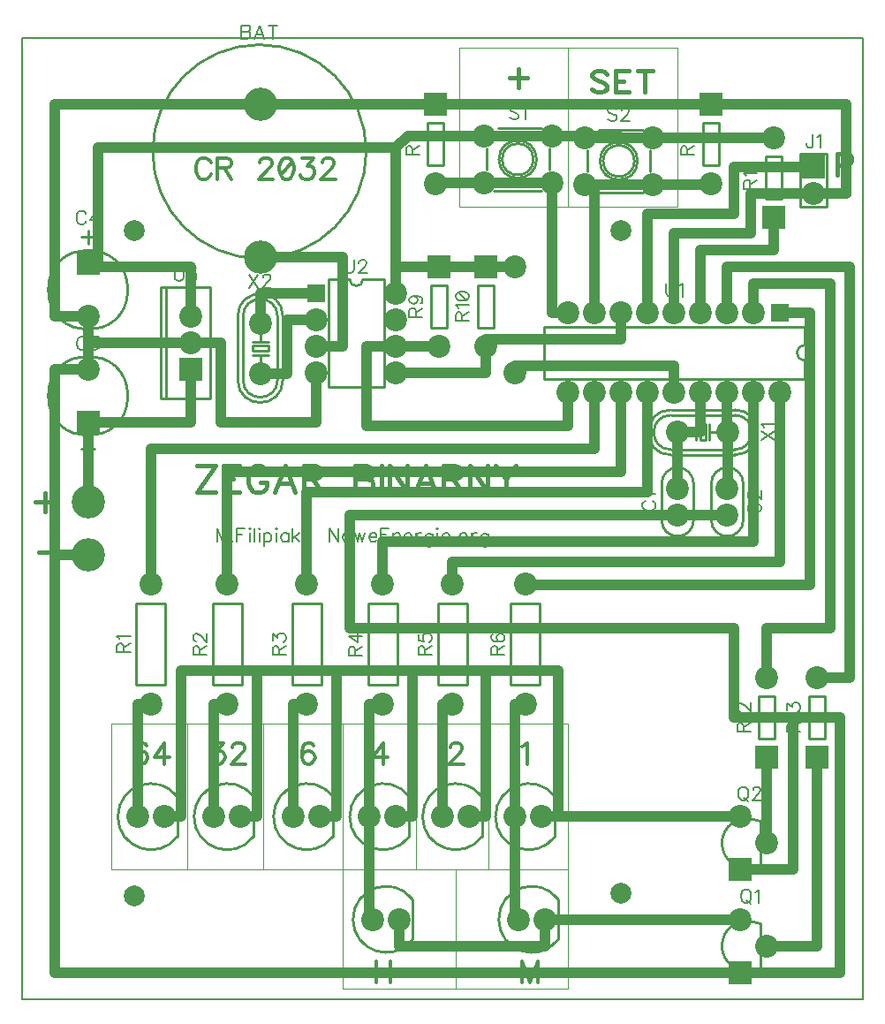
<source format=gbr>
G04 DipTrace 3.2.0.1*
G04 TopAssy.gbr*
%MOIN*%
G04 #@! TF.FileFunction,Drawing,Top*
G04 #@! TF.Part,Single*
%ADD10C,0.009843*%
%ADD11C,0.005512*%
%ADD15C,0.001312*%
%ADD17C,0.07874*%
%ADD26R,0.066929X0.066929*%
%ADD28C,0.086614*%
%ADD30R,0.070866X0.070866*%
%ADD32R,0.086614X0.086614*%
%ADD33C,0.086614*%
%ADD35C,0.125984*%
G04 #@! TA.AperFunction,Conductor*
%ADD14C,0.03937*%
G04 #@! TA.AperFunction,ComponentPad*
%ADD16C,0.11811*%
%ADD18R,0.07874X0.07874*%
%ADD19R,0.062992X0.062992*%
%ADD20C,0.07874*%
%ADD21R,0.059055X0.059055*%
%ADD37C,0.00772*%
%ADD38C,0.012351*%
%ADD39C,0.017498*%
%ADD40C,0.015439*%
%FSLAX26Y26*%
G04*
G70*
G90*
G75*
G01*
G04 TopAssy*
%LPD*%
X350000Y3012500D2*
D15*
Y2412500D1*
X1175000D1*
Y3012500D1*
X350000D1*
X762500Y2412500D2*
Y3012500D1*
Y-87500D2*
X-962500D1*
X762500Y462500D2*
Y-537500D1*
X-962500Y462500D2*
Y-87500D1*
X762500Y462500D2*
X-962500D1*
X762500Y-537500D2*
X-87500D1*
X337500Y-87500D2*
Y-537500D1*
X-87500Y-87500D2*
Y-537500D1*
X462500Y462500D2*
Y-87500D1*
X187500Y462500D2*
Y-87500D1*
X-87500Y462500D2*
Y-87500D1*
X-387500Y462500D2*
Y-87500D1*
X-675000Y462500D2*
Y-87500D1*
X37500Y-433458D2*
D38*
Y-513842D1*
X91089Y-433458D2*
Y-513842D1*
X37500Y-471749D2*
X91089D1*
X648694Y-513842D2*
Y-433458D1*
X618097Y-513842D1*
X587500Y-433458D1*
Y-513842D1*
X574473Y2933176D2*
D39*
Y2864289D1*
X540073Y2898688D2*
X608961D1*
X906162Y2914973D2*
X898557Y2922666D1*
X887061Y2926469D1*
X871763D1*
X860267Y2922666D1*
X852573Y2914973D1*
Y2907368D1*
X856464Y2899674D1*
X860267Y2895872D1*
X867872Y2892069D1*
X890864Y2884375D1*
X898557Y2880573D1*
X902360Y2876682D1*
X906162Y2869077D1*
Y2857581D1*
X898557Y2849976D1*
X887061Y2846085D1*
X871763D1*
X860267Y2849976D1*
X852573Y2857581D1*
X990856Y2926469D2*
X941158D1*
Y2846085D1*
X990856D1*
X941158Y2888178D2*
X971755D1*
X1052647Y2926469D2*
Y2846085D1*
X1025852Y2926469D2*
X1079441D1*
X-1213027Y1333176D2*
Y1264289D1*
X-1247427Y1298688D2*
X-1178539D1*
X587500Y376155D2*
D38*
X595193Y380046D1*
X606689Y391454D1*
Y311158D1*
X316391Y372352D2*
Y376155D1*
X320193Y383848D1*
X323996Y387651D1*
X331689Y391454D1*
X346988D1*
X354593Y387651D1*
X358396Y383848D1*
X362287Y376155D1*
Y368550D1*
X358396Y360856D1*
X350791Y349449D1*
X312500Y311158D1*
X366089D1*
X63291D2*
Y391454D1*
X25000Y337953D1*
X82392D1*
X-1234927Y1111233D2*
D39*
X-1190711D1*
X-287500Y376155D2*
D38*
X-279807Y380046D1*
X-268311Y391454D1*
Y311158D1*
X-197712Y380046D2*
X-201515Y387651D1*
X-213011Y391454D1*
X-220616D1*
X-232112Y387651D1*
X-239805Y376155D1*
X-243608Y357054D1*
Y337953D1*
X-239805Y322654D1*
X-232112Y314960D1*
X-220616Y311158D1*
X-216813D1*
X-205405Y314960D1*
X-197712Y322654D1*
X-193909Y334150D1*
Y337953D1*
X-197712Y349449D1*
X-205405Y357054D1*
X-216813Y360856D1*
X-220616D1*
X-232112Y357054D1*
X-239805Y349449D1*
X-243608Y337953D1*
X-579807Y391454D2*
X-537802D1*
X-560705Y360856D1*
X-549209D1*
X-541604Y357054D1*
X-537802Y353251D1*
X-533911Y341755D1*
Y334150D1*
X-537802Y322654D1*
X-545407Y314960D1*
X-556903Y311158D1*
X-568399D1*
X-579807Y314960D1*
X-583609Y318851D1*
X-587500Y326457D1*
X-505317Y372352D2*
Y376155D1*
X-501515Y383848D1*
X-497712Y387651D1*
X-490018Y391454D1*
X-474720D1*
X-467115Y387651D1*
X-463312Y383848D1*
X-459421Y376155D1*
Y368550D1*
X-463312Y360856D1*
X-470917Y349449D1*
X-509208Y311158D1*
X-455619D1*
X-829104Y380046D2*
X-832907Y387651D1*
X-844403Y391454D1*
X-852008D1*
X-863504Y387651D1*
X-871198Y376155D1*
X-875000Y357054D1*
Y337953D1*
X-871198Y322654D1*
X-863504Y314960D1*
X-852008Y311158D1*
X-848205D1*
X-836798Y314960D1*
X-829104Y322654D1*
X-825302Y334150D1*
Y337953D1*
X-829104Y349449D1*
X-836798Y357054D1*
X-848205Y360856D1*
X-852008D1*
X-863504Y357054D1*
X-871198Y349449D1*
X-875000Y337953D1*
X-762308Y311158D2*
Y391454D1*
X-800599Y337953D1*
X-743207D1*
X-637500Y1436302D2*
D40*
X-570513D1*
X-637500Y1335822D1*
X-570513D1*
X-477511Y1436302D2*
X-539634D1*
Y1335822D1*
X-477511D1*
X-539634Y1388438D2*
X-501388D1*
X-374893Y1412425D2*
X-379646Y1421932D1*
X-389263Y1431549D1*
X-398770Y1436302D1*
X-417893D1*
X-427510Y1431549D1*
X-437016Y1421932D1*
X-441880Y1412425D1*
X-446633Y1398055D1*
Y1374068D1*
X-441880Y1359809D1*
X-437016Y1350192D1*
X-427510Y1340685D1*
X-417893Y1335822D1*
X-398770D1*
X-389263Y1340685D1*
X-379646Y1350192D1*
X-374893Y1359809D1*
Y1374068D1*
X-398770D1*
X-267411Y1335822D2*
X-305768Y1436302D1*
X-344015Y1335822D1*
X-329644Y1369315D2*
X-281781D1*
X-236533Y1388438D2*
X-193533D1*
X-179163Y1393302D1*
X-174299Y1398055D1*
X-169546Y1407562D1*
Y1417179D1*
X-174299Y1426685D1*
X-179163Y1431549D1*
X-193533Y1436302D1*
X-236533D1*
Y1335822D1*
X-203039Y1388438D2*
X-169546Y1335822D1*
X-41465Y1436302D2*
Y1335822D1*
X1645D1*
X16015Y1340685D1*
X20768Y1345439D1*
X25521Y1354945D1*
Y1369315D1*
X20768Y1378932D1*
X16015Y1383685D1*
X1645Y1388438D1*
X16015Y1393302D1*
X20768Y1398055D1*
X25521Y1407562D1*
Y1417179D1*
X20768Y1426685D1*
X16015Y1431549D1*
X1645Y1436302D1*
X-41465D1*
Y1388438D2*
X1645D1*
X56400Y1436302D2*
Y1335822D1*
X154265Y1436302D2*
Y1335822D1*
X87278Y1436302D1*
Y1335822D1*
X261747D2*
X223390Y1436302D1*
X185143Y1335822D1*
X199514Y1369315D2*
X247377D1*
X292625Y1388438D2*
X335625D1*
X349995Y1393302D1*
X354859Y1398055D1*
X359612Y1407562D1*
Y1417179D1*
X354859Y1426685D1*
X349995Y1431549D1*
X335625Y1436302D1*
X292625D1*
Y1335822D1*
X326119Y1388438D2*
X359612Y1335822D1*
X457477Y1436302D2*
Y1335822D1*
X390491Y1436302D1*
Y1335822D1*
X488356Y1436302D2*
X526602Y1388438D1*
Y1335822D1*
X564849Y1436302D2*
X526602Y1388438D1*
X-524253Y1149161D2*
D37*
Y1199401D1*
X-543377Y1149161D1*
X-562500Y1199401D1*
Y1149161D1*
X-506437Y1153969D2*
X-508814Y1151537D1*
X-506437Y1149161D1*
X-504006Y1151537D1*
X-506437Y1153969D1*
X-457450Y1199401D2*
X-488566D1*
Y1149161D1*
Y1175469D2*
X-469443D1*
X-442010Y1199401D2*
X-439634Y1197024D1*
X-437202Y1199401D1*
X-439634Y1201833D1*
X-442010Y1199401D1*
X-439634Y1182654D2*
Y1149161D1*
X-421763Y1199401D2*
Y1149161D1*
X-406323Y1199401D2*
X-403947Y1197024D1*
X-401515Y1199401D1*
X-403947Y1201833D1*
X-406323Y1199401D1*
X-403947Y1182654D2*
Y1149161D1*
X-386076Y1182654D2*
Y1132414D1*
Y1175469D2*
X-381267Y1180222D1*
X-376514Y1182654D1*
X-369329D1*
X-364521Y1180222D1*
X-359767Y1175469D1*
X-357336Y1168284D1*
Y1163476D1*
X-359767Y1156346D1*
X-364521Y1151537D1*
X-369329Y1149161D1*
X-376514D1*
X-381267Y1151537D1*
X-386076Y1156346D1*
X-341896Y1199401D2*
X-339520Y1197024D1*
X-337088Y1199401D1*
X-339520Y1201833D1*
X-341896Y1199401D1*
X-339520Y1182654D2*
Y1149161D1*
X-292964Y1182654D2*
Y1149161D1*
Y1175469D2*
X-297717Y1180278D1*
X-302525Y1182654D1*
X-309655D1*
X-314464Y1180278D1*
X-319217Y1175469D1*
X-321649Y1168284D1*
Y1163531D1*
X-319217Y1156346D1*
X-314464Y1151593D1*
X-309655Y1149161D1*
X-302525D1*
X-297717Y1151593D1*
X-292964Y1156346D1*
X-277524Y1199401D2*
Y1149161D1*
X-253593Y1182654D2*
X-277524Y1158723D1*
X-267963Y1168284D2*
X-251216Y1149161D1*
X-105082Y1199401D2*
Y1149161D1*
X-138575Y1199401D1*
Y1149161D1*
X-77704Y1182654D2*
X-82457Y1180278D1*
X-87266Y1175469D1*
X-89642Y1168284D1*
Y1163531D1*
X-87266Y1156346D1*
X-82457Y1151593D1*
X-77704Y1149161D1*
X-70519D1*
X-65711Y1151593D1*
X-60957Y1156346D1*
X-58526Y1163531D1*
Y1168284D1*
X-60957Y1175469D1*
X-65711Y1180278D1*
X-70519Y1182654D1*
X-77704D1*
X-43086D2*
X-33525Y1149161D1*
X-23963Y1182654D1*
X-14401Y1149161D1*
X-4840Y1182654D1*
X10599Y1168284D2*
X39284D1*
Y1173093D1*
X36908Y1177901D1*
X34531Y1180278D1*
X29723Y1182654D1*
X22538D1*
X17784Y1180278D1*
X12976Y1175469D1*
X10599Y1168284D1*
Y1163531D1*
X12976Y1156346D1*
X17784Y1151593D1*
X22538Y1149161D1*
X29723D1*
X34531Y1151593D1*
X39284Y1156346D1*
X85785Y1199401D2*
X54724D1*
Y1149161D1*
X85785D1*
X54724Y1175469D2*
X73847D1*
X101224Y1182654D2*
Y1149161D1*
Y1173093D2*
X108409Y1180278D1*
X113218Y1182654D1*
X120347D1*
X125156Y1180278D1*
X127533Y1173093D1*
Y1149161D1*
X142972Y1168284D2*
X171657D1*
Y1173093D1*
X169280Y1177901D1*
X166903Y1180278D1*
X162095Y1182654D1*
X154910D1*
X150157Y1180278D1*
X145348Y1175469D1*
X142972Y1168284D1*
Y1163531D1*
X145348Y1156346D1*
X150157Y1151593D1*
X154910Y1149161D1*
X162095D1*
X166903Y1151593D1*
X171657Y1156346D1*
X187096Y1182654D2*
Y1149161D1*
Y1168284D2*
X189528Y1175469D1*
X194281Y1180278D1*
X199089Y1182654D1*
X206274D1*
X250399Y1180278D2*
Y1141976D1*
X248022Y1134846D1*
X245645Y1132414D1*
X240837Y1130038D1*
X233652D1*
X228899Y1132414D1*
X250399Y1173093D2*
X245645Y1177846D1*
X240837Y1180278D1*
X233652D1*
X228899Y1177846D1*
X224090Y1173093D1*
X221714Y1165908D1*
Y1161099D1*
X224090Y1153969D1*
X228899Y1149161D1*
X233652Y1146784D1*
X240837D1*
X245645Y1149161D1*
X250399Y1153969D1*
X265838Y1199401D2*
X268214Y1197024D1*
X270646Y1199401D1*
X268214Y1201833D1*
X265838Y1199401D1*
X268214Y1182654D2*
Y1149161D1*
X286086Y1168284D2*
X314770D1*
Y1173093D1*
X312394Y1177901D1*
X310017Y1180278D1*
X305209Y1182654D1*
X298024D1*
X293271Y1180278D1*
X288462Y1175469D1*
X286086Y1168284D1*
Y1163531D1*
X288462Y1156346D1*
X293271Y1151593D1*
X298024Y1149161D1*
X305209D1*
X310017Y1151593D1*
X314770Y1156346D1*
X332586Y1153969D2*
X330210Y1151537D1*
X332586Y1149161D1*
X335018Y1151537D1*
X332586Y1153969D1*
X362396Y1182654D2*
X357642Y1180278D1*
X352834Y1175469D1*
X350457Y1168284D1*
Y1163531D1*
X352834Y1156346D1*
X357642Y1151593D1*
X362396Y1149161D1*
X369581D1*
X374389Y1151593D1*
X379142Y1156346D1*
X381574Y1163531D1*
Y1168284D1*
X379142Y1175469D1*
X374389Y1180278D1*
X369581Y1182654D1*
X362396D1*
X397013D2*
Y1149161D1*
Y1168284D2*
X399445Y1175469D1*
X404198Y1180278D1*
X409007Y1182654D1*
X416192D1*
X460316Y1180278D2*
Y1141976D1*
X457939Y1134846D1*
X455563Y1132414D1*
X450754Y1130038D1*
X443569D1*
X438816Y1132414D1*
X460316Y1173093D2*
X455563Y1177846D1*
X450754Y1180278D1*
X443569D1*
X438816Y1177846D1*
X434008Y1173093D1*
X431631Y1165908D1*
Y1161099D1*
X434008Y1153969D1*
X438816Y1149161D1*
X443569Y1146784D1*
X450754D1*
X455563Y1149161D1*
X460316Y1153969D1*
X1777573Y2461233D2*
D39*
X1821789D1*
X1777573Y2571875D2*
X1812061D1*
X1823469Y2575678D1*
X1827360Y2579569D1*
X1831162Y2587174D1*
Y2598670D1*
X1827360Y2606275D1*
X1823469Y2610166D1*
X1812061Y2613969D1*
X1777573D1*
Y2533585D1*
G04 TopSilk*
X-806250Y2621888D2*
D10*
G02X-806250Y2621888I403125J0D01*
G01*
X-1025100Y1500132D2*
X-1074900D1*
X-1050000Y1475007D2*
Y1524882D1*
X-1200000Y1700007D2*
G02X-1200000Y1700007I150000J0D01*
G01*
X1115000Y1369940D2*
Y1230060D1*
X1235000Y1369940D2*
Y1230060D1*
X1115000D2*
G03X1235000Y1230060I60000J-60D01*
G01*
Y1369940D2*
G03X1115000Y1369940I-60000J60D01*
G01*
X1163192Y1406288D2*
X1186808D1*
X1175000Y1418118D2*
Y1394484D1*
X1302500Y1369940D2*
Y1230060D1*
X1422500Y1369940D2*
Y1230060D1*
X1302500D2*
G03X1422500Y1230060I60000J-60D01*
G01*
Y1369940D2*
G03X1302500Y1369940I-60000J60D01*
G01*
X1350692Y1406288D2*
X1374308D1*
X1362500Y1418118D2*
Y1394484D1*
X-1074900Y2299868D2*
X-1025100D1*
X-1050000Y2324993D2*
Y2275118D1*
X-1200000Y2099993D2*
G02X-1200000Y2099993I150000J0D01*
G01*
X-712507Y187438D2*
Y37562D1*
X-712732Y187738D2*
G03X-712732Y37262I-99796J-75238D01*
G01*
X-425007Y187438D2*
Y37562D1*
X-425232Y187738D2*
G03X-425232Y37262I-99796J-75238D01*
G01*
X-125007Y187438D2*
Y37562D1*
X-125232Y187738D2*
G03X-125232Y37262I-99796J-75238D01*
G01*
X162493Y187438D2*
Y37562D1*
X162268Y187738D2*
G03X162268Y37262I-99796J-75238D01*
G01*
X437493Y187438D2*
Y37562D1*
X437268Y187738D2*
G03X437268Y37262I-99796J-75238D01*
G01*
X712493Y187438D2*
Y37562D1*
X712268Y187738D2*
G03X712268Y37262I-99796J-75238D01*
G01*
X174993Y-200062D2*
Y-349938D1*
X174768Y-199762D2*
G03X174768Y-350238I-99796J-75238D01*
G01*
X724993Y-200062D2*
Y-349938D1*
X724768Y-199762D2*
G03X724768Y-350238I-99796J-75238D01*
G01*
X1654626Y1960897D2*
X670374D1*
X1654626Y1764103D2*
X670374D1*
Y1960897D2*
Y1764103D1*
X1654626Y1892004D2*
Y1960897D1*
Y1832996D2*
Y1764103D1*
Y1892004D2*
G03X1654626Y1832996I-24J-29504D01*
G01*
X1637500Y2412500D2*
X1737500D1*
X1637500Y2612500D2*
Y2412500D1*
Y2612500D2*
X1737500D1*
Y2412500D1*
X1487468Y-350053D2*
Y-290040D1*
Y-459960D2*
Y-399947D1*
Y-290040D2*
X1443584Y-280925D1*
Y-469075D2*
X1487468Y-459960D1*
X1382971Y-297231D2*
G03X1382971Y-452769I54483J-77769D01*
G01*
X1487468Y37447D2*
Y97460D1*
Y-72460D2*
Y-12447D1*
Y97460D2*
X1443584Y106575D1*
Y-81575D2*
X1487468Y-72460D1*
X1382971Y90269D2*
G03X1382971Y-65269I54483J-77769D01*
G01*
X-867618Y610116D2*
Y917640D1*
X-757382Y610116D2*
Y917640D1*
Y610116D2*
X-867618D1*
X-757382Y917640D2*
X-867618D1*
X-580118Y610116D2*
Y917640D1*
X-469882Y610116D2*
Y917640D1*
Y610116D2*
X-580118D1*
X-469882Y917640D2*
X-580118D1*
X-280118Y610116D2*
Y917640D1*
X-169882Y610116D2*
Y917640D1*
Y610116D2*
X-280118D1*
X-169882Y917640D2*
X-280118D1*
X232500Y2569859D2*
X292500D1*
X232500Y2730141D2*
Y2569859D1*
Y2730141D2*
X292500D1*
Y2569859D1*
X1270000D2*
X1330000D1*
X1270000Y2730141D2*
Y2569859D1*
Y2730141D2*
X1330000D1*
Y2569859D1*
X7382Y610116D2*
Y917640D1*
X117618Y610116D2*
Y917640D1*
Y610116D2*
X7382D1*
X117618Y917640D2*
X7382D1*
X269882Y610116D2*
Y917640D1*
X380118Y610116D2*
Y917640D1*
Y610116D2*
X269882D1*
X380118Y917640D2*
X269882D1*
X544882Y610116D2*
Y917640D1*
X655118Y610116D2*
Y917640D1*
Y610116D2*
X544882D1*
X655118Y917640D2*
X544882D1*
X1567500Y2605141D2*
X1507500D1*
X1567500Y2444859D2*
Y2605141D1*
Y2444859D2*
X1507500D1*
Y2605141D1*
X1542500Y567641D2*
X1482500D1*
X1542500Y407359D2*
Y567641D1*
Y407359D2*
X1482500D1*
Y567641D1*
X1730000D2*
X1670000D1*
X1730000Y407359D2*
Y567641D1*
Y407359D2*
X1670000D1*
Y567641D1*
X245000Y1957359D2*
X305000D1*
X245000Y2117641D2*
Y1957359D1*
Y2117641D2*
X305000D1*
Y1957359D1*
X420000D2*
X480000D1*
X420000Y2117641D2*
Y1957359D1*
Y2117641D2*
X480000D1*
Y1957359D1*
X500824Y2592668D2*
G02X500824Y2592668I70878J0D01*
G01*
X481147Y2474542D2*
X662257D1*
X689832Y2553259D2*
Y2632052D1*
X662257Y2710794D2*
X496909D1*
X453572Y2632052D2*
Y2553259D1*
X512671Y2592655D2*
G02X512671Y2592655I59031J0D01*
G01*
X882075Y2586417D2*
G02X882075Y2586417I70878J0D01*
G01*
X862398Y2468291D2*
X1043508D1*
X1071083Y2547008D2*
Y2625801D1*
X1043508Y2704543D2*
X878159D1*
X834823Y2625801D2*
Y2547008D1*
X893921Y2586405D2*
G02X893921Y2586405I59031J0D01*
G01*
X-62648Y2140256D2*
G03X-12352Y2140256I25148J7D01*
G01*
X-141994D2*
X-62648D1*
X-12352D2*
X66994D1*
X-141994Y1734744D2*
X66994D1*
X-141994Y2140256D2*
Y1734744D1*
X66994Y2140256D2*
Y1734744D1*
X-755091Y1689370D2*
Y2110630D1*
X-774705Y1689370D2*
Y2110630D1*
X-589665Y1689370D2*
Y2110630D1*
Y1689370D2*
X-774705D1*
X-589665Y2110630D2*
X-774705D1*
X1149993Y1477500D2*
X1390007D1*
X1149993Y1647500D2*
X1390007D1*
X1149993Y1497492D2*
X1390007D1*
Y1627508D2*
X1149993D1*
X1259996Y1592505D2*
X1280004D1*
Y1532495D1*
X1259996D1*
Y1592505D1*
X1295010D2*
Y1562500D1*
Y1532495D1*
X1244990Y1592505D2*
Y1562500D1*
Y1532495D1*
X1295010Y1562500D2*
X1320020D1*
X1244990D2*
X1219980D1*
X1149993Y1647500D2*
G03X1149993Y1477500I7J-85000D01*
G01*
X1390007D2*
G03X1390007Y1647500I-7J85000D01*
G01*
X1149993Y1627508D2*
G03X1149993Y1497492I23J-65008D01*
G01*
X1390007D2*
G03X1390007Y1627508I-23J65008D01*
G01*
X-485000Y2000007D2*
Y1759993D1*
X-315000Y2000007D2*
Y1759993D1*
X-465008Y2000007D2*
Y1759993D1*
X-334992D2*
Y2000007D1*
X-369995Y1890004D2*
Y1869996D1*
X-430005D1*
Y1890004D1*
X-369995D1*
Y1854990D2*
X-400000D1*
X-430005D1*
X-369995Y1905010D2*
X-400000D1*
X-430005D1*
X-400000Y1854990D2*
Y1829980D1*
Y1905010D2*
Y1930020D1*
X-315000Y2000007D2*
G03X-485000Y2000007I-85000J-7D01*
G01*
Y1759993D2*
G03X-315000Y1759993I85000J7D01*
G01*
X-334992Y2000007D2*
G03X-465008Y2000007I-65008J-23D01*
G01*
Y1759993D2*
G03X-334992Y1759993I65008J23D01*
G01*
X-471208Y3098223D2*
D37*
Y3047983D1*
X-449653D1*
X-442468Y3050415D1*
X-440091Y3052792D1*
X-437715Y3057545D1*
Y3064730D1*
X-440091Y3069538D1*
X-442468Y3071915D1*
X-449653Y3074291D1*
X-442468Y3076723D1*
X-440091Y3079100D1*
X-437715Y3083853D1*
Y3088661D1*
X-440091Y3093415D1*
X-442468Y3095846D1*
X-449653Y3098223D1*
X-471208D1*
Y3074291D2*
X-449653D1*
X-383974Y3047983D2*
X-403152Y3098223D1*
X-422276Y3047983D1*
X-415091Y3064730D2*
X-391159D1*
X-351788Y3098223D2*
Y3047983D1*
X-368535Y3098223D2*
X-335041D1*
X-1056531Y1911291D2*
X-1058908Y1916045D1*
X-1063716Y1920853D1*
X-1068470Y1923230D1*
X-1078031D1*
X-1082840Y1920853D1*
X-1087593Y1916045D1*
X-1090025Y1911291D1*
X-1092401Y1904106D1*
Y1892113D1*
X-1090025Y1884983D1*
X-1087593Y1880175D1*
X-1082840Y1875421D1*
X-1078031Y1872990D1*
X-1068470D1*
X-1063716Y1875421D1*
X-1058908Y1880175D1*
X-1056531Y1884983D1*
X-1036284Y1923174D2*
X-1010031D1*
X-1024345Y1904051D1*
X-1017160D1*
X-1012407Y1901675D1*
X-1010031Y1899298D1*
X-1007599Y1892113D1*
Y1887360D1*
X-1010031Y1880175D1*
X-1014784Y1875366D1*
X-1021969Y1872990D1*
X-1029154D1*
X-1036284Y1875366D1*
X-1038660Y1877798D1*
X-1041092Y1882551D1*
X1053715Y1304219D2*
X1048962Y1301842D1*
X1044154Y1297034D1*
X1041777Y1292280D1*
Y1282719D1*
X1044154Y1277910D1*
X1048962Y1273157D1*
X1053715Y1270725D1*
X1060900Y1268349D1*
X1072894D1*
X1080023Y1270725D1*
X1084832Y1273157D1*
X1089585Y1277910D1*
X1092017Y1282719D1*
Y1292280D1*
X1089585Y1297034D1*
X1084832Y1301842D1*
X1080023Y1304219D1*
X1051394Y1319658D2*
X1048962Y1324466D1*
X1041832Y1331651D1*
X1092017D1*
X1451397Y1293469D2*
X1446644Y1291092D1*
X1441835Y1286284D1*
X1439459Y1281531D1*
Y1271969D1*
X1441835Y1267161D1*
X1446644Y1262407D1*
X1451397Y1259975D1*
X1458582Y1257599D1*
X1470575D1*
X1477705Y1259975D1*
X1482514Y1262407D1*
X1487267Y1267160D1*
X1489699Y1271969D1*
Y1281531D1*
X1487267Y1286284D1*
X1482514Y1291092D1*
X1477705Y1293469D1*
X1451452Y1311340D2*
X1449076D1*
X1444267Y1313716D1*
X1441891Y1316093D1*
X1439514Y1320901D1*
Y1330463D1*
X1441891Y1335216D1*
X1444267Y1337593D1*
X1449076Y1340025D1*
X1453829D1*
X1458637Y1337593D1*
X1465767Y1332840D1*
X1489699Y1308908D1*
Y1342401D1*
X-1057720Y2386278D2*
X-1060096Y2391031D1*
X-1064905Y2395840D1*
X-1069658Y2398217D1*
X-1079219D1*
X-1084028Y2395840D1*
X-1088781Y2391031D1*
X-1091213Y2386278D1*
X-1093590Y2379093D1*
Y2367100D1*
X-1091213Y2359970D1*
X-1088781Y2355162D1*
X-1084028Y2350408D1*
X-1079219Y2347977D1*
X-1069658D1*
X-1064905Y2350408D1*
X-1060096Y2355162D1*
X-1057720Y2359970D1*
X-1018349Y2347977D2*
Y2398161D1*
X-1042280Y2364723D1*
X-1006410D1*
X1132037Y2125093D2*
Y2089223D1*
X1134414Y2082038D1*
X1139222Y2077285D1*
X1146407Y2074853D1*
X1151160D1*
X1158345Y2077285D1*
X1163154Y2082038D1*
X1165530Y2089223D1*
Y2125093D1*
X1180970Y2115476D2*
X1185778Y2117908D1*
X1192963Y2125038D1*
Y2074853D1*
X1685749Y2685723D2*
Y2647477D1*
X1683373Y2640292D1*
X1680941Y2637915D1*
X1676188Y2635483D1*
X1671379D1*
X1666626Y2637915D1*
X1664250Y2640292D1*
X1661818Y2647477D1*
Y2652230D1*
X1701189Y2676106D2*
X1705997Y2678538D1*
X1713182Y2685668D1*
Y2635483D1*
X1428688Y-162407D2*
X1423935Y-164728D1*
X1419126Y-169537D1*
X1416750Y-174345D1*
X1414318Y-181530D1*
Y-193468D1*
X1416750Y-200653D1*
X1419126Y-205407D1*
X1423935Y-210215D1*
X1428688Y-212592D1*
X1438249D1*
X1443058Y-210215D1*
X1447811Y-205407D1*
X1450188Y-200653D1*
X1452620Y-193468D1*
Y-181530D1*
X1450188Y-174345D1*
X1447811Y-169537D1*
X1443058Y-164728D1*
X1438249Y-162407D1*
X1428688D1*
X1435873Y-203030D2*
X1450188Y-217400D1*
X1468059Y-172024D2*
X1472867Y-169592D1*
X1480052Y-162462D1*
Y-212647D1*
X1417938Y225093D2*
X1413185Y222772D1*
X1408376Y217963D1*
X1406000Y213155D1*
X1403568Y205970D1*
Y194032D1*
X1406000Y186847D1*
X1408376Y182093D1*
X1413185Y177285D1*
X1417938Y174908D1*
X1427500D1*
X1432308Y177285D1*
X1437061Y182093D1*
X1439438Y186847D1*
X1441870Y194032D1*
Y205970D1*
X1439438Y213155D1*
X1437061Y217963D1*
X1432308Y222772D1*
X1427500Y225093D1*
X1417938D1*
X1425123Y184470D2*
X1439438Y170100D1*
X1459741Y213100D2*
Y215476D1*
X1462117Y220285D1*
X1464494Y222661D1*
X1469302Y225038D1*
X1478864D1*
X1483617Y222661D1*
X1485994Y220285D1*
X1488426Y215476D1*
Y210723D1*
X1485994Y205915D1*
X1481241Y198785D1*
X1457309Y174853D1*
X1490802D1*
X-916909Y733415D2*
Y754915D1*
X-919341Y762100D1*
X-921718Y764532D1*
X-926471Y766908D1*
X-931280D1*
X-936033Y764532D1*
X-938465Y762100D1*
X-940841Y754915D1*
Y733415D1*
X-890601D1*
X-916909Y750162D2*
X-890601Y766908D1*
X-931224Y782348D2*
X-933656Y787156D1*
X-940786Y794341D1*
X-890601D1*
X-629409Y722665D2*
Y744165D1*
X-631841Y751350D1*
X-634218Y753782D1*
X-638971Y756158D1*
X-643780D1*
X-648533Y753782D1*
X-650965Y751350D1*
X-653341Y744165D1*
Y722665D1*
X-603101D1*
X-629409Y739412D2*
X-603101Y756158D1*
X-641348Y774030D2*
X-643724D1*
X-648533Y776406D1*
X-650909Y778783D1*
X-653286Y783591D1*
Y793153D1*
X-650909Y797906D1*
X-648533Y800283D1*
X-643724Y802714D1*
X-638971D1*
X-634163Y800283D1*
X-627033Y795529D1*
X-603101Y771598D1*
Y805091D1*
X-329409Y722665D2*
Y744165D1*
X-331841Y751350D1*
X-334218Y753782D1*
X-338971Y756158D1*
X-343780D1*
X-348533Y753782D1*
X-350965Y751350D1*
X-353341Y744165D1*
Y722665D1*
X-303101D1*
X-329409Y739412D2*
X-303101Y756158D1*
X-353286Y776406D2*
Y802659D1*
X-334163Y788344D1*
Y795529D1*
X-331786Y800283D1*
X-329409Y802659D1*
X-322224Y805091D1*
X-317471D1*
X-310286Y802659D1*
X-305478Y797906D1*
X-303101Y790721D1*
Y783536D1*
X-305478Y776406D1*
X-307910Y774029D1*
X-312663Y771598D1*
X173839Y2608787D2*
Y2630287D1*
X171407Y2637472D1*
X169030Y2639904D1*
X164277Y2642280D1*
X159469D1*
X154715Y2639904D1*
X152283Y2637472D1*
X149907Y2630287D1*
Y2608787D1*
X200147D1*
X173839Y2625534D2*
X200147Y2642280D1*
Y2667281D2*
X149962Y2691213D1*
Y2657720D1*
X1211339Y2608815D2*
Y2630315D1*
X1208907Y2637500D1*
X1206530Y2639932D1*
X1201777Y2642308D1*
X1196969D1*
X1192215Y2639932D1*
X1189783Y2637500D1*
X1187407Y2630315D1*
Y2608815D1*
X1237647D1*
X1211339Y2625561D2*
X1237647Y2642308D1*
X1187462Y2669686D2*
X1189839Y2662556D1*
X1194592Y2660124D1*
X1199400D1*
X1204154Y2662556D1*
X1206585Y2667309D1*
X1208962Y2676871D1*
X1211339Y2684056D1*
X1216147Y2688809D1*
X1220900Y2691185D1*
X1228085D1*
X1232838Y2688809D1*
X1235270Y2686432D1*
X1237647Y2679247D1*
Y2669685D1*
X1235270Y2662556D1*
X1232838Y2660124D1*
X1228085Y2657747D1*
X1220900D1*
X1216147Y2660124D1*
X1211339Y2664932D1*
X1208962Y2672062D1*
X1206585Y2681624D1*
X1204154Y2686432D1*
X1199400Y2688809D1*
X1194592D1*
X1189839Y2686432D1*
X1187462Y2679247D1*
Y2669686D1*
X-41909Y721477D2*
Y742977D1*
X-44341Y750162D1*
X-46718Y752594D1*
X-51471Y754970D1*
X-56280D1*
X-61033Y752594D1*
X-63465Y750162D1*
X-65841Y742977D1*
Y721477D1*
X-15601D1*
X-41909Y738223D2*
X-15601Y754970D1*
Y794341D2*
X-65786D1*
X-32348Y770409D1*
Y806279D1*
X220591Y722665D2*
Y744165D1*
X218159Y751350D1*
X215782Y753782D1*
X211029Y756158D1*
X206220D1*
X201467Y753782D1*
X199035Y751350D1*
X196659Y744165D1*
Y722665D1*
X246899D1*
X220591Y739412D2*
X246899Y756158D1*
X196714Y800283D2*
Y776406D1*
X218214Y774029D1*
X215837Y776406D1*
X213406Y783591D1*
Y790721D1*
X215837Y797906D1*
X220591Y802714D1*
X227776Y805091D1*
X232529D1*
X239714Y802714D1*
X244522Y797906D1*
X246899Y790721D1*
Y783591D1*
X244522Y776406D1*
X242090Y774029D1*
X237337Y771598D1*
X495591Y723881D2*
Y745381D1*
X493159Y752566D1*
X490782Y754998D1*
X486029Y757374D1*
X481220D1*
X476467Y754998D1*
X474035Y752566D1*
X471659Y745381D1*
Y723881D1*
X521899D1*
X495591Y740628D2*
X521899Y757374D1*
X478844Y801498D2*
X474091Y799122D1*
X471714Y791937D1*
Y787184D1*
X474091Y779999D1*
X481276Y775190D1*
X493214Y772814D1*
X505152D1*
X514714Y775190D1*
X519522Y779999D1*
X521899Y787184D1*
Y789560D1*
X519522Y796690D1*
X514714Y801498D1*
X507529Y803875D1*
X505152D1*
X497967Y801498D1*
X493214Y796690D1*
X490837Y789560D1*
Y787184D1*
X493214Y779999D1*
X497967Y775190D1*
X505152Y772814D1*
X1448839Y2480821D2*
Y2502321D1*
X1446407Y2509506D1*
X1444030Y2511937D1*
X1439277Y2514314D1*
X1434469D1*
X1429715Y2511937D1*
X1427283Y2509506D1*
X1424907Y2502321D1*
Y2480821D1*
X1475147D1*
X1448839Y2497567D2*
X1475147Y2514314D1*
X1434524Y2529753D2*
X1432092Y2534562D1*
X1424962Y2541747D1*
X1475147D1*
X1434524Y2557186D2*
X1432092Y2561994D1*
X1424962Y2569179D1*
X1475147D1*
X1423839Y432571D2*
Y454071D1*
X1421407Y461256D1*
X1419030Y463688D1*
X1414277Y466064D1*
X1409469D1*
X1404715Y463688D1*
X1402283Y461256D1*
X1399907Y454071D1*
Y432571D1*
X1450147D1*
X1423839Y449317D2*
X1450147Y466064D1*
X1409524Y481503D2*
X1407092Y486312D1*
X1399962Y493497D1*
X1450147D1*
X1411900Y511368D2*
X1409524D1*
X1404715Y513744D1*
X1402339Y516121D1*
X1399962Y520930D1*
Y530491D1*
X1402339Y535244D1*
X1404715Y537621D1*
X1409524Y540053D1*
X1414277D1*
X1419085Y537621D1*
X1426215Y532868D1*
X1450147Y508936D1*
Y542429D1*
X1611339Y432571D2*
Y454071D1*
X1608907Y461256D1*
X1606530Y463688D1*
X1601777Y466064D1*
X1596969D1*
X1592215Y463688D1*
X1589783Y461256D1*
X1587407Y454071D1*
Y432571D1*
X1637647D1*
X1611339Y449317D2*
X1637647Y466064D1*
X1597024Y481503D2*
X1594592Y486312D1*
X1587462Y493497D1*
X1637647D1*
X1587462Y513744D2*
Y539998D1*
X1606585Y525683D1*
Y532868D1*
X1608962Y537621D1*
X1611339Y539997D1*
X1618524Y542429D1*
X1623277D1*
X1630462Y539997D1*
X1635270Y535244D1*
X1637647Y528059D1*
Y520874D1*
X1635270Y513744D1*
X1632838Y511368D1*
X1628085Y508936D1*
X186339Y1997475D2*
Y2018975D1*
X183907Y2026160D1*
X181530Y2028592D1*
X176777Y2030969D1*
X171969D1*
X167215Y2028592D1*
X164783Y2026160D1*
X162407Y2018975D1*
Y1997475D1*
X212647D1*
X186339Y2014222D2*
X212647Y2030969D1*
X179154Y2077525D2*
X186339Y2075093D1*
X191147Y2070340D1*
X193524Y2063155D1*
Y2060778D1*
X191147Y2053593D1*
X186339Y2048840D1*
X179154Y2046408D1*
X176777D1*
X169592Y2048840D1*
X164839Y2053593D1*
X162462Y2060778D1*
Y2063155D1*
X164839Y2070340D1*
X169592Y2075093D1*
X179154Y2077525D1*
X191147D1*
X203085Y2075093D1*
X210270Y2070340D1*
X212647Y2063155D1*
Y2058401D1*
X210270Y2051216D1*
X205462Y2048840D1*
X361339Y1982571D2*
Y2004071D1*
X358907Y2011256D1*
X356530Y2013688D1*
X351777Y2016064D1*
X346969D1*
X342215Y2013688D1*
X339783Y2011256D1*
X337407Y2004071D1*
Y1982571D1*
X387647D1*
X361339Y1999317D2*
X387647Y2016064D1*
X347024Y2031503D2*
X344592Y2036312D1*
X337462Y2043497D1*
X387647D1*
X337462Y2073306D2*
X339839Y2066121D1*
X347024Y2061313D1*
X358962Y2058936D1*
X366147D1*
X378085Y2061313D1*
X385270Y2066121D1*
X387647Y2073306D1*
Y2078059D1*
X385270Y2085244D1*
X378085Y2089997D1*
X366147Y2092429D1*
X358962D1*
X347024Y2089997D1*
X339839Y2085244D1*
X337462Y2078059D1*
Y2073306D1*
X347024Y2089997D2*
X378085Y2061313D1*
X574732Y2786659D2*
X569979Y2791467D1*
X562794Y2793844D1*
X553233D1*
X546048Y2791467D1*
X541239Y2786659D1*
Y2781906D1*
X543671Y2777097D1*
X546048Y2774721D1*
X550801Y2772344D1*
X565171Y2767536D1*
X569979Y2765159D1*
X572356Y2762727D1*
X574732Y2757974D1*
Y2750789D1*
X569979Y2746036D1*
X562794Y2743604D1*
X553233D1*
X546048Y2746036D1*
X541239Y2750789D1*
X590172Y2784227D2*
X594980Y2786659D1*
X602165Y2793789D1*
Y2743604D1*
X945233Y2780408D2*
X940480Y2785217D1*
X933295Y2787593D1*
X923733D1*
X916548Y2785217D1*
X911740Y2780408D1*
Y2775655D1*
X914172Y2770846D1*
X916548Y2768470D1*
X921301Y2766093D1*
X935672Y2761285D1*
X940480Y2758908D1*
X942857Y2756476D1*
X945233Y2751723D1*
Y2744538D1*
X940480Y2739785D1*
X933295Y2737353D1*
X923733D1*
X916548Y2739785D1*
X911740Y2744538D1*
X963104Y2775600D2*
Y2777976D1*
X965481Y2782785D1*
X967857Y2785161D1*
X972666Y2787538D1*
X982227D1*
X986981Y2785161D1*
X989357Y2782785D1*
X991789Y2777976D1*
Y2773223D1*
X989357Y2768415D1*
X984604Y2761285D1*
X960672Y2737353D1*
X994166D1*
X-78713Y2213479D2*
Y2177609D1*
X-76336Y2170424D1*
X-71528Y2165671D1*
X-64343Y2163239D1*
X-59590D1*
X-52405Y2165671D1*
X-47596Y2170424D1*
X-45220Y2177609D1*
Y2213479D1*
X-27349Y2201485D2*
Y2203862D1*
X-24972Y2208671D1*
X-22595Y2211047D1*
X-17787Y2213424D1*
X-8225D1*
X-3472Y2211047D1*
X-1095Y2208671D1*
X1336Y2203862D1*
Y2199109D1*
X-1095Y2194300D1*
X-5849Y2187171D1*
X-29780Y2163239D1*
X3713D1*
X-723398Y2183853D2*
Y2147983D1*
X-721021Y2140798D1*
X-716213Y2136045D1*
X-709028Y2133613D1*
X-704275D1*
X-697090Y2136045D1*
X-692281Y2140798D1*
X-689905Y2147983D1*
Y2183853D1*
X-669657Y2183798D2*
X-643404D1*
X-657719Y2164674D1*
X-650534D1*
X-645781Y2162298D1*
X-643404Y2159921D1*
X-640972Y2152736D1*
Y2147983D1*
X-643404Y2140798D1*
X-648157Y2135990D1*
X-655342Y2133613D1*
X-662527D1*
X-669657Y2135990D1*
X-672034Y2138421D1*
X-674465Y2143175D1*
X1491959Y1532037D2*
X1542199Y1565530D1*
X1491959D2*
X1542199Y1532037D1*
X1501576Y1580970D2*
X1499144Y1585778D1*
X1492014Y1592963D1*
X1542199D1*
X-441213Y2158223D2*
X-407720Y2107983D1*
Y2158223D2*
X-441213Y2107983D1*
X-389849Y2146230D2*
Y2148606D1*
X-387472Y2153415D1*
X-385095Y2155791D1*
X-380287Y2158168D1*
X-370725D1*
X-365972Y2155791D1*
X-363595Y2153415D1*
X-361164Y2148606D1*
Y2143853D1*
X-363595Y2139045D1*
X-368349Y2131915D1*
X-392280Y2107983D1*
X-358787D1*
X-586431Y2578789D2*
D38*
X-590234Y2586394D1*
X-597927Y2594087D1*
X-605532Y2597890D1*
X-620831D1*
X-628524Y2594087D1*
X-636129Y2586394D1*
X-640020Y2578789D1*
X-643823Y2567293D1*
Y2548103D1*
X-640020Y2536696D1*
X-636129Y2529002D1*
X-628524Y2521397D1*
X-620831Y2517506D1*
X-605532D1*
X-597927Y2521397D1*
X-590234Y2529002D1*
X-586431Y2536696D1*
X-561728Y2559599D2*
X-527328D1*
X-515832Y2563490D1*
X-511941Y2567293D1*
X-508139Y2574898D1*
Y2582591D1*
X-511941Y2590197D1*
X-515832Y2594087D1*
X-527328Y2597890D1*
X-561728D1*
Y2517506D1*
X-534934Y2559599D2*
X-508139Y2517506D1*
X-401784Y2578700D2*
Y2582503D1*
X-397981Y2590197D1*
X-394179Y2593999D1*
X-386485Y2597802D1*
X-371186D1*
X-363581Y2593999D1*
X-359779Y2590197D1*
X-355888Y2582503D1*
Y2574898D1*
X-359779Y2567204D1*
X-367384Y2555797D1*
X-405675Y2517506D1*
X-352085D1*
X-304390Y2597802D2*
X-315886Y2593999D1*
X-323580Y2582503D1*
X-327382Y2563402D1*
Y2551906D1*
X-323580Y2532805D1*
X-315886Y2521309D1*
X-304390Y2517506D1*
X-296785D1*
X-285289Y2521309D1*
X-277684Y2532805D1*
X-273793Y2551906D1*
Y2563402D1*
X-277684Y2582503D1*
X-285289Y2593999D1*
X-296785Y2597802D1*
X-304390D1*
X-277684Y2582503D2*
X-323580Y2532805D1*
X-241397Y2597802D2*
X-199392D1*
X-222296Y2567204D1*
X-210800D1*
X-203194Y2563402D1*
X-199392Y2559599D1*
X-195501Y2548103D1*
Y2540498D1*
X-199392Y2529002D1*
X-206997Y2521309D1*
X-218493Y2517506D1*
X-229989D1*
X-241397Y2521309D1*
X-245199Y2525200D1*
X-249090Y2532805D1*
X-166907Y2578700D2*
Y2582503D1*
X-163105Y2590197D1*
X-159302Y2593999D1*
X-151609Y2597802D1*
X-136310D1*
X-128705Y2593999D1*
X-124902Y2590197D1*
X-121011Y2582503D1*
Y2574898D1*
X-124902Y2567204D1*
X-132507Y2555797D1*
X-170798Y2517506D1*
X-117209D1*
G04 TopMask*
D35*
X-400000Y2800000D3*
Y2225000D3*
D33*
X-1050000Y1800000D3*
D32*
Y1600000D3*
D33*
X1175000Y1250000D3*
Y1350000D3*
X1362500Y1250000D3*
Y1350000D3*
X-1050000Y2000000D3*
D32*
Y2200000D3*
D33*
X-862500Y112500D3*
X-762500D3*
X-575000D3*
X-475000D3*
X-275000D3*
X-175000D3*
X12500D3*
X112500D3*
X287500D3*
X387500D3*
X562500D3*
X662500D3*
X25000Y-275000D3*
X125000D3*
X575000D3*
X675000D3*
D17*
X962500Y2325000D3*
X-875000D3*
Y-187500D3*
D30*
X1562500Y2012500D3*
D33*
X1462500D3*
X1362500D3*
X1262500D3*
X1162500D3*
X1062500D3*
X962500D3*
X862500D3*
X762500D3*
Y1712500D3*
X862500D3*
X962500D3*
X1062500D3*
X1162500D3*
X1262500D3*
X1362500D3*
X1462500D3*
X1562500D3*
D32*
X1687500Y2562500D3*
D28*
Y2462500D3*
D33*
X562500Y1787500D3*
Y2187500D3*
D35*
X-1050000Y1100000D3*
Y1300000D3*
D33*
X1412500Y-275000D3*
X1512500Y-375000D3*
D32*
X1412500Y-475000D3*
D33*
Y112500D3*
X1512500Y12500D3*
D32*
X1412500Y-87500D3*
D28*
X-812500Y537500D3*
Y990256D3*
X-525000Y537500D3*
Y990256D3*
X-225000Y537500D3*
Y990256D3*
D33*
X262500Y2500000D3*
D32*
Y2800000D3*
D33*
X1300000Y2500000D3*
D32*
Y2800000D3*
D28*
X62500Y537500D3*
Y990256D3*
X325000Y537500D3*
Y990256D3*
X600000Y537500D3*
Y990256D3*
D33*
X1537500Y2675000D3*
D32*
Y2375000D3*
D33*
X1512500Y637500D3*
D32*
Y337500D3*
D33*
X1700000Y637500D3*
D32*
Y337500D3*
D33*
X275000Y1887500D3*
D32*
Y2187500D3*
D33*
X450000Y1887500D3*
D32*
Y2187500D3*
D28*
X443749Y2681251D3*
Y2504085D3*
X699655D3*
Y2681251D3*
X825000Y2675000D3*
Y2497835D3*
X1080906D3*
Y2675000D3*
D26*
X-187500Y2087500D3*
D28*
Y1987500D3*
Y1887500D3*
Y1787500D3*
X112500D3*
Y1887500D3*
Y1987500D3*
Y2087500D3*
D32*
X-662500Y1800000D3*
D28*
Y1900000D3*
Y2000000D3*
X1175000Y1562500D3*
X1365000D3*
X-400000Y1975000D3*
Y1785000D3*
D17*
X962500Y-175000D3*
G04 TopPaste*
G04 Top*
D16*
X-400000Y2800000D3*
Y2225000D3*
D17*
X-1050000Y1800000D3*
D18*
Y1600000D3*
D17*
X1175000Y1250000D3*
Y1350000D3*
X1362500Y1250000D3*
Y1350000D3*
X-1050000Y2000000D3*
D18*
Y2200000D3*
D17*
X-862500Y112500D3*
X-762500D3*
X-575000D3*
X-475000D3*
X-275000D3*
X-175000D3*
X12500D3*
X112500D3*
X287500D3*
X387500D3*
X562500D3*
X662500D3*
X25000Y-275000D3*
X125000D3*
X575000D3*
X675000D3*
D19*
X1562500Y2012500D3*
D17*
X1462500D3*
X1362500D3*
X1262500D3*
X1162500D3*
X1062500D3*
X962500D3*
X862500D3*
X762500D3*
Y1712500D3*
X862500D3*
X962500D3*
X1062500D3*
X1162500D3*
X1262500D3*
X1362500D3*
X1462500D3*
X1562500D3*
D18*
X1687500Y2562500D3*
D20*
Y2462500D3*
D17*
X562500Y1787500D3*
Y2187500D3*
D16*
X-1050000Y1100000D3*
Y1300000D3*
D17*
X1412500Y-275000D3*
X1512500Y-375000D3*
D18*
X1412500Y-475000D3*
D17*
Y112500D3*
X1512500Y12500D3*
D18*
X1412500Y-87500D3*
D20*
X-812500Y537500D3*
Y990256D3*
X-525000Y537500D3*
Y990256D3*
X-225000Y537500D3*
Y990256D3*
D17*
X262500Y2500000D3*
D18*
Y2800000D3*
D17*
X1300000Y2500000D3*
D18*
Y2800000D3*
D20*
X62500Y537500D3*
Y990256D3*
X325000Y537500D3*
Y990256D3*
X600000Y537500D3*
Y990256D3*
D17*
X1537500Y2675000D3*
D18*
Y2375000D3*
D17*
X1512500Y637500D3*
D18*
Y337500D3*
D17*
X1700000Y637500D3*
D18*
Y337500D3*
D17*
X275000Y1887500D3*
D18*
Y2187500D3*
D17*
X450000Y1887500D3*
D18*
Y2187500D3*
D20*
X443749Y2681251D3*
Y2504085D3*
X699655D3*
Y2681251D3*
X825000Y2675000D3*
Y2497835D3*
X1080906D3*
Y2675000D3*
D21*
X-187500Y2087500D3*
D20*
Y1987500D3*
Y1887500D3*
Y1787500D3*
X112500D3*
Y1887500D3*
Y1987500D3*
Y2087500D3*
D18*
X-662500Y1800000D3*
D20*
Y1900000D3*
Y2000000D3*
X1175000Y1562500D3*
X1365000D3*
X-400000Y1975000D3*
Y1785000D3*
G04 Bottom*
X-1050000Y1800000D2*
D14*
Y1900013D1*
Y2000000D1*
X-662500Y1900000D2*
X-1050000Y1900013D1*
X-187500Y1787500D2*
Y1600000D1*
X-550000D1*
Y1900000D1*
X-662500D1*
X-400000Y2800000D2*
X-1175000D1*
Y2000000D1*
X-1050000D1*
X1412500Y-475000D2*
X-1175000D1*
Y1800000D1*
X-1050000D1*
X1162500Y2012500D2*
Y2312500D1*
X1450000D1*
Y2462500D1*
X1687500D1*
X1812500D1*
Y2800000D1*
X1100382D1*
X250000D1*
X-400000D1*
X-1175000Y-475000D2*
Y1100000D1*
X-1050000D1*
X1412500Y-475000D2*
X1787500D1*
Y487500D1*
X1612500D1*
Y-87500D1*
X1412500D1*
X1687500Y2462500D2*
D3*
X262500Y2800000D2*
X250000D1*
X1300000D2*
X1100382D1*
X1175000Y1250000D2*
X-62500D1*
Y825000D1*
X1387500D1*
Y487500D1*
X1612500D1*
X1362500Y1250000D2*
X1175000D1*
X675000Y-275000D2*
X1412500D1*
X125000D2*
Y-375000D1*
X675000D1*
Y-275000D1*
X387500Y112500D2*
X450000D1*
Y662500D1*
X175000D1*
Y112500D1*
X112500D1*
X-175000D2*
X-112500D1*
Y662500D1*
X-412500D1*
Y112500D1*
X-475000D1*
X-412500Y662500D2*
X-700000D1*
Y112500D1*
X-762500D1*
X1412500D2*
X662500D1*
X450000Y662500D2*
X725000D1*
Y112500D1*
X662500D1*
X-112500Y662500D2*
X175000D1*
X600000Y537500D2*
X562500D1*
Y112500D1*
Y-275000D1*
X575000D1*
X1512500Y337500D2*
Y12500D1*
Y-375000D2*
X1700000D1*
Y337500D1*
X1512500Y637500D2*
Y825000D1*
X1750000D1*
Y2125000D1*
X1462500D1*
Y2012500D1*
X1362500D2*
Y2187500D1*
X1825000D1*
Y637500D1*
X1700000D1*
X325000Y537500D2*
X287500D1*
Y112500D1*
X62500Y537500D2*
X12500D1*
Y112500D1*
Y-275000D1*
X25000D1*
X1262500Y2012500D2*
Y2250000D1*
X1537500D1*
Y2375000D1*
X-1050000Y2200000D2*
Y2187500D1*
X-662500D1*
Y2000000D1*
X443749Y2681251D2*
X699655D1*
X950000D1*
Y2675000D1*
X825000D1*
X1080906D1*
X1337500D1*
X1537500D1*
X-662500Y2187500D2*
X-1012500D1*
Y2637500D1*
X112500D1*
X156251Y2681251D1*
X443749D1*
X112500Y2087500D2*
Y2187500D1*
Y2637500D1*
X275000Y2187500D2*
X112500D1*
X275000D2*
X450000D1*
X512500D1*
X562500D1*
Y1787500D2*
Y1812500D1*
X1162500D1*
Y1712500D1*
X1687500Y2562500D2*
X1387500D1*
Y2387500D1*
X1062500D1*
Y2012500D1*
X-662500Y1800000D2*
Y1600000D1*
X-1050000D1*
Y1300000D1*
X112500Y1887500D2*
X275000D1*
X762500Y1712500D2*
Y1587500D1*
X0D1*
Y1887500D1*
X112500D1*
X962500Y2012500D2*
Y1912500D1*
X450000D1*
Y1787500D1*
X112500D1*
X450000Y1887500D2*
Y1912500D1*
X-812500Y990256D2*
Y1500000D1*
X862500D1*
Y1712500D1*
X-525000Y990256D2*
Y1412500D1*
X962500D1*
Y1712500D1*
X-225000Y990256D2*
Y1337500D1*
X1062500D1*
Y1712500D1*
X1362500D2*
Y1565000D1*
X1365000Y1562500D1*
Y1352500D1*
X1362500Y1350000D1*
X1175000Y1562500D2*
X1262500D1*
Y1712500D1*
X1175000Y1562500D2*
Y1350000D1*
X1462500Y1712500D2*
Y1150000D1*
X62500D1*
Y990256D1*
X325000D2*
Y1075000D1*
X1562500D1*
Y1712500D1*
X600000Y990256D2*
Y987500D1*
X1675000D1*
Y2012500D1*
X1562500D1*
X-275000Y112500D2*
Y537500D1*
X-225000D1*
X-575000Y112500D2*
Y537500D1*
X-525000D1*
X-862500Y112500D2*
Y537500D1*
X-812500D1*
X825000Y2497835D2*
X1080906D1*
X862500Y2012500D2*
Y2497835D1*
X1080906D1*
X1297835D1*
X1300000Y2500000D1*
X699655Y2504085D2*
Y2012500D1*
X762500D1*
X443749Y2504085D2*
X699655D1*
X443749D2*
X266585D1*
X262500Y2500000D1*
X-187500Y2087500D2*
X-400000D1*
Y1975000D1*
X-187500Y1987500D2*
X-300000D1*
Y1785000D1*
X-400000D1*
X-187500Y1887500D2*
X-87500D1*
Y2225000D1*
X-400000D1*
D16*
Y2800000D3*
Y2225000D3*
D17*
X-1050000Y1800000D3*
D18*
Y1600000D3*
D17*
X1175000Y1250000D3*
Y1350000D3*
X1362500Y1250000D3*
Y1350000D3*
X-1050000Y2000000D3*
D18*
Y2200000D3*
D17*
X-862500Y112500D3*
X-762500D3*
X-575000D3*
X-475000D3*
X-275000D3*
X-175000D3*
X12500D3*
X112500D3*
X287500D3*
X387500D3*
X562500D3*
X662500D3*
X25000Y-275000D3*
X125000D3*
X575000D3*
X675000D3*
D19*
X1562500Y2012500D3*
D17*
X1462500D3*
X1362500D3*
X1262500D3*
X1162500D3*
X1062500D3*
X962500D3*
X862500D3*
X762500D3*
Y1712500D3*
X862500D3*
X962500D3*
X1062500D3*
X1162500D3*
X1262500D3*
X1362500D3*
X1462500D3*
X1562500D3*
D18*
X1687500Y2562500D3*
D20*
Y2462500D3*
D17*
X562500Y1787500D3*
Y2187500D3*
D16*
X-1050000Y1100000D3*
Y1300000D3*
D17*
X1412500Y-275000D3*
X1512500Y-375000D3*
D18*
X1412500Y-475000D3*
D17*
Y112500D3*
X1512500Y12500D3*
D18*
X1412500Y-87500D3*
D20*
X-812500Y537500D3*
Y990256D3*
X-525000Y537500D3*
Y990256D3*
X-225000Y537500D3*
Y990256D3*
D17*
X262500Y2500000D3*
D18*
Y2800000D3*
D17*
X1300000Y2500000D3*
D18*
Y2800000D3*
D20*
X62500Y537500D3*
Y990256D3*
X325000Y537500D3*
Y990256D3*
X600000Y537500D3*
Y990256D3*
D17*
X1537500Y2675000D3*
D18*
Y2375000D3*
D17*
X1512500Y637500D3*
D18*
Y337500D3*
D17*
X1700000Y637500D3*
D18*
Y337500D3*
D17*
X275000Y1887500D3*
D18*
Y2187500D3*
D17*
X450000Y1887500D3*
D18*
Y2187500D3*
D20*
X443749Y2681251D3*
Y2504085D3*
X699655D3*
Y2681251D3*
X825000Y2675000D3*
Y2497835D3*
X1080906D3*
Y2675000D3*
D21*
X-187500Y2087500D3*
D20*
Y1987500D3*
Y1887500D3*
Y1787500D3*
X112500D3*
Y1887500D3*
Y1987500D3*
Y2087500D3*
D18*
X-662500Y1800000D3*
D20*
Y1900000D3*
Y2000000D3*
X1175000Y1562500D3*
X1365000D3*
X-400000Y1975000D3*
Y1785000D3*
G04 BotPaste*
G04 BotMask*
D35*
Y2800000D3*
Y2225000D3*
D33*
X-1050000Y1800000D3*
D32*
Y1600000D3*
D33*
X1175000Y1250000D3*
Y1350000D3*
X1362500Y1250000D3*
Y1350000D3*
X-1050000Y2000000D3*
D32*
Y2200000D3*
D33*
X-862500Y112500D3*
X-762500D3*
X-575000D3*
X-475000D3*
X-275000D3*
X-175000D3*
X12500D3*
X112500D3*
X287500D3*
X387500D3*
X562500D3*
X662500D3*
X25000Y-275000D3*
X125000D3*
X575000D3*
X675000D3*
D17*
X962500Y2325000D3*
X-875000D3*
Y-187500D3*
D30*
X1562500Y2012500D3*
D33*
X1462500D3*
X1362500D3*
X1262500D3*
X1162500D3*
X1062500D3*
X962500D3*
X862500D3*
X762500D3*
Y1712500D3*
X862500D3*
X962500D3*
X1062500D3*
X1162500D3*
X1262500D3*
X1362500D3*
X1462500D3*
X1562500D3*
D32*
X1687500Y2562500D3*
D28*
Y2462500D3*
D33*
X562500Y1787500D3*
Y2187500D3*
D35*
X-1050000Y1100000D3*
Y1300000D3*
D33*
X1412500Y-275000D3*
X1512500Y-375000D3*
D32*
X1412500Y-475000D3*
D33*
Y112500D3*
X1512500Y12500D3*
D32*
X1412500Y-87500D3*
D28*
X-812500Y537500D3*
Y990256D3*
X-525000Y537500D3*
Y990256D3*
X-225000Y537500D3*
Y990256D3*
D33*
X262500Y2500000D3*
D32*
Y2800000D3*
D33*
X1300000Y2500000D3*
D32*
Y2800000D3*
D28*
X62500Y537500D3*
Y990256D3*
X325000Y537500D3*
Y990256D3*
X600000Y537500D3*
Y990256D3*
D33*
X1537500Y2675000D3*
D32*
Y2375000D3*
D33*
X1512500Y637500D3*
D32*
Y337500D3*
D33*
X1700000Y637500D3*
D32*
Y337500D3*
D33*
X275000Y1887500D3*
D32*
Y2187500D3*
D33*
X450000Y1887500D3*
D32*
Y2187500D3*
D28*
X443749Y2681251D3*
Y2504085D3*
X699655D3*
Y2681251D3*
X825000Y2675000D3*
Y2497835D3*
X1080906D3*
Y2675000D3*
D26*
X-187500Y2087500D3*
D28*
Y1987500D3*
Y1887500D3*
Y1787500D3*
X112500D3*
Y1887500D3*
Y1987500D3*
Y2087500D3*
D32*
X-662500Y1800000D3*
D28*
Y1900000D3*
Y2000000D3*
X1175000Y1562500D3*
X1365000D3*
X-400000Y1975000D3*
Y1785000D3*
D17*
X962500Y-175000D3*
G04 BotSilk*
G04 BoardOutline*
X-1300000Y-575000D2*
D11*
X1875000D1*
Y3050000D1*
X-1300000D1*
Y-575000D1*
M02*

</source>
